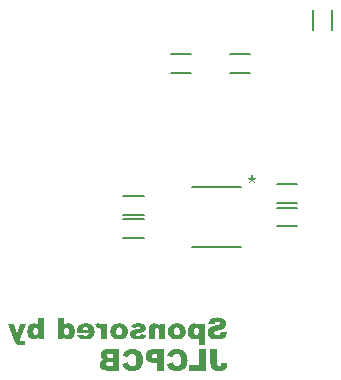
<source format=gbr>
G04 EAGLE Gerber RS-274X export*
G75*
%MOMM*%
%FSLAX34Y34*%
%LPD*%
%INSilkscreen Bottom*%
%IPPOS*%
%AMOC8*
5,1,8,0,0,1.08239X$1,22.5*%
G01*
G04 Define Apertures*
%ADD10C,0.152400*%
%ADD11C,0.127000*%
G36*
X-82134Y-130000D02*
X-91727Y-130000D01*
X-92113Y-129985D01*
X-92657Y-129939D01*
X-94218Y-129755D01*
X-94879Y-129649D01*
X-95451Y-129515D01*
X-95934Y-129354D01*
X-96142Y-129264D01*
X-96328Y-129166D01*
X-96603Y-128996D01*
X-96862Y-128812D01*
X-97107Y-128613D01*
X-97337Y-128399D01*
X-97552Y-128171D01*
X-97752Y-127928D01*
X-97937Y-127671D01*
X-98107Y-127399D01*
X-98259Y-127116D01*
X-98391Y-126823D01*
X-98503Y-126522D01*
X-98594Y-126212D01*
X-98666Y-125893D01*
X-98716Y-125566D01*
X-98747Y-125229D01*
X-98757Y-124884D01*
X-98743Y-124464D01*
X-98700Y-124062D01*
X-98628Y-123678D01*
X-98528Y-123312D01*
X-98400Y-122965D01*
X-98243Y-122636D01*
X-98057Y-122325D01*
X-97843Y-122032D01*
X-97598Y-121759D01*
X-97322Y-121506D01*
X-97013Y-121275D01*
X-96673Y-121064D01*
X-96300Y-120875D01*
X-95896Y-120706D01*
X-95459Y-120558D01*
X-94991Y-120431D01*
X-95300Y-120316D01*
X-95590Y-120190D01*
X-95861Y-120055D01*
X-96113Y-119910D01*
X-96346Y-119754D01*
X-96559Y-119589D01*
X-96754Y-119414D01*
X-96929Y-119229D01*
X-97162Y-118936D01*
X-97364Y-118630D01*
X-97535Y-118309D01*
X-97674Y-117974D01*
X-97783Y-117625D01*
X-97861Y-117262D01*
X-97907Y-116885D01*
X-97923Y-116493D01*
X-97901Y-116027D01*
X-97836Y-115580D01*
X-97727Y-115153D01*
X-97575Y-114745D01*
X-97379Y-114356D01*
X-97139Y-113986D01*
X-96857Y-113635D01*
X-96530Y-113303D01*
X-96163Y-113001D01*
X-95759Y-112740D01*
X-95316Y-112518D01*
X-94836Y-112337D01*
X-94318Y-112196D01*
X-93762Y-112096D01*
X-93168Y-112035D01*
X-92537Y-112015D01*
X-82134Y-112015D01*
X-82134Y-130000D01*
G37*
%LPC*%
G36*
X-87740Y-126136D02*
X-87740Y-122492D01*
X-90562Y-122492D01*
X-90913Y-122500D01*
X-91237Y-122522D01*
X-91533Y-122560D01*
X-91802Y-122613D01*
X-92044Y-122681D01*
X-92258Y-122765D01*
X-92445Y-122863D01*
X-92605Y-122977D01*
X-92741Y-123103D01*
X-92859Y-123238D01*
X-92960Y-123384D01*
X-93042Y-123539D01*
X-93105Y-123705D01*
X-93151Y-123879D01*
X-93178Y-124064D01*
X-93187Y-124259D01*
X-93178Y-124468D01*
X-93150Y-124666D01*
X-93104Y-124853D01*
X-93040Y-125030D01*
X-92957Y-125195D01*
X-92856Y-125350D01*
X-92736Y-125494D01*
X-92598Y-125626D01*
X-92438Y-125746D01*
X-92251Y-125849D01*
X-92038Y-125937D01*
X-91798Y-126008D01*
X-91532Y-126064D01*
X-91239Y-126104D01*
X-90920Y-126128D01*
X-90574Y-126136D01*
X-87740Y-126136D01*
G37*
G36*
X-87740Y-119069D02*
X-87740Y-115659D01*
X-90194Y-115659D01*
X-90498Y-115666D01*
X-90778Y-115686D01*
X-91035Y-115721D01*
X-91269Y-115769D01*
X-91479Y-115831D01*
X-91665Y-115907D01*
X-91828Y-115997D01*
X-91967Y-116100D01*
X-92086Y-116216D01*
X-92189Y-116343D01*
X-92277Y-116480D01*
X-92348Y-116628D01*
X-92404Y-116787D01*
X-92444Y-116956D01*
X-92468Y-117136D01*
X-92476Y-117327D01*
X-92468Y-117533D01*
X-92444Y-117725D01*
X-92404Y-117906D01*
X-92348Y-118074D01*
X-92277Y-118229D01*
X-92189Y-118373D01*
X-92086Y-118503D01*
X-91967Y-118621D01*
X-91827Y-118726D01*
X-91663Y-118817D01*
X-91473Y-118894D01*
X-91260Y-118957D01*
X-91021Y-119006D01*
X-90758Y-119041D01*
X-90470Y-119062D01*
X-90157Y-119069D01*
X-87740Y-119069D01*
G37*
%LPD*%
G36*
X-125167Y-103624D02*
X-125495Y-103616D01*
X-125814Y-103589D01*
X-126127Y-103545D01*
X-126431Y-103483D01*
X-126728Y-103404D01*
X-127017Y-103307D01*
X-127298Y-103192D01*
X-127572Y-103060D01*
X-127777Y-102940D01*
X-127987Y-102796D01*
X-128425Y-102431D01*
X-128883Y-101968D01*
X-129363Y-101404D01*
X-129363Y-103330D01*
X-134037Y-103330D01*
X-134037Y-85345D01*
X-128995Y-85345D01*
X-128995Y-91577D01*
X-128614Y-91209D01*
X-128205Y-90890D01*
X-127770Y-90620D01*
X-127308Y-90399D01*
X-126819Y-90228D01*
X-126304Y-90105D01*
X-125761Y-90031D01*
X-125480Y-90013D01*
X-125192Y-90007D01*
X-124896Y-90014D01*
X-124607Y-90034D01*
X-124324Y-90067D01*
X-124048Y-90114D01*
X-123779Y-90175D01*
X-123516Y-90248D01*
X-123010Y-90436D01*
X-122530Y-90678D01*
X-122076Y-90973D01*
X-121649Y-91322D01*
X-121248Y-91724D01*
X-121060Y-91945D01*
X-120884Y-92178D01*
X-120720Y-92422D01*
X-120569Y-92678D01*
X-120429Y-92946D01*
X-120302Y-93227D01*
X-120187Y-93518D01*
X-120084Y-93822D01*
X-119993Y-94138D01*
X-119914Y-94466D01*
X-119847Y-94805D01*
X-119793Y-95156D01*
X-119750Y-95520D01*
X-119720Y-95895D01*
X-119702Y-96282D01*
X-119696Y-96681D01*
X-119718Y-97391D01*
X-119784Y-98074D01*
X-119893Y-98730D01*
X-120047Y-99358D01*
X-120245Y-99960D01*
X-120486Y-100534D01*
X-120771Y-101081D01*
X-121100Y-101600D01*
X-121281Y-101845D01*
X-121471Y-102075D01*
X-121671Y-102288D01*
X-121881Y-102486D01*
X-122101Y-102668D01*
X-122331Y-102834D01*
X-122570Y-102984D01*
X-122820Y-103118D01*
X-123079Y-103237D01*
X-123348Y-103340D01*
X-123626Y-103427D01*
X-123915Y-103498D01*
X-124213Y-103553D01*
X-124521Y-103593D01*
X-124839Y-103617D01*
X-125167Y-103624D01*
G37*
%LPC*%
G36*
X-126799Y-99969D02*
X-126580Y-99957D01*
X-126369Y-99922D01*
X-126168Y-99864D01*
X-125976Y-99783D01*
X-125792Y-99679D01*
X-125618Y-99551D01*
X-125452Y-99400D01*
X-125296Y-99226D01*
X-125154Y-99027D01*
X-125030Y-98802D01*
X-124926Y-98550D01*
X-124841Y-98271D01*
X-124774Y-97966D01*
X-124727Y-97633D01*
X-124698Y-97275D01*
X-124689Y-96889D01*
X-124698Y-96478D01*
X-124726Y-96098D01*
X-124772Y-95748D01*
X-124836Y-95429D01*
X-124919Y-95141D01*
X-125020Y-94883D01*
X-125140Y-94657D01*
X-125278Y-94460D01*
X-125429Y-94291D01*
X-125590Y-94144D01*
X-125759Y-94019D01*
X-125937Y-93917D01*
X-126124Y-93838D01*
X-126320Y-93782D01*
X-126524Y-93748D01*
X-126738Y-93736D01*
X-126981Y-93748D01*
X-127213Y-93784D01*
X-127435Y-93843D01*
X-127646Y-93925D01*
X-127846Y-94031D01*
X-128035Y-94161D01*
X-128214Y-94314D01*
X-128382Y-94491D01*
X-128534Y-94692D01*
X-128666Y-94917D01*
X-128778Y-95166D01*
X-128869Y-95440D01*
X-128940Y-95738D01*
X-128991Y-96061D01*
X-129022Y-96408D01*
X-129032Y-96779D01*
X-129022Y-97187D01*
X-128992Y-97566D01*
X-128942Y-97916D01*
X-128872Y-98236D01*
X-128783Y-98526D01*
X-128673Y-98787D01*
X-128543Y-99018D01*
X-128394Y-99220D01*
X-128229Y-99396D01*
X-128055Y-99548D01*
X-127871Y-99676D01*
X-127676Y-99781D01*
X-127472Y-99863D01*
X-127258Y-99922D01*
X-127033Y-99957D01*
X-126799Y-99969D01*
G37*
%LPD*%
G36*
X-9690Y-108286D02*
X-14732Y-108286D01*
X-14732Y-102066D01*
X-15119Y-102429D01*
X-15531Y-102744D01*
X-15968Y-103012D01*
X-16431Y-103232D01*
X-16919Y-103404D01*
X-17432Y-103526D01*
X-17971Y-103600D01*
X-18250Y-103618D01*
X-18535Y-103624D01*
X-18829Y-103618D01*
X-19117Y-103598D01*
X-19399Y-103564D01*
X-19674Y-103517D01*
X-19942Y-103457D01*
X-20204Y-103384D01*
X-20710Y-103197D01*
X-21189Y-102956D01*
X-21643Y-102662D01*
X-22071Y-102314D01*
X-22473Y-101913D01*
X-22662Y-101693D01*
X-22838Y-101461D01*
X-23003Y-101217D01*
X-23155Y-100961D01*
X-23295Y-100693D01*
X-23423Y-100413D01*
X-23538Y-100121D01*
X-23642Y-99817D01*
X-23733Y-99501D01*
X-23812Y-99172D01*
X-23879Y-98832D01*
X-23934Y-98480D01*
X-23976Y-98116D01*
X-24007Y-97739D01*
X-24025Y-97351D01*
X-24031Y-96951D01*
X-24009Y-96229D01*
X-23942Y-95538D01*
X-23830Y-94875D01*
X-23674Y-94242D01*
X-23473Y-93639D01*
X-23227Y-93065D01*
X-22937Y-92521D01*
X-22602Y-92007D01*
X-22419Y-91764D01*
X-22226Y-91538D01*
X-22024Y-91327D01*
X-21813Y-91132D01*
X-21593Y-90952D01*
X-21363Y-90788D01*
X-21125Y-90640D01*
X-20877Y-90507D01*
X-20619Y-90390D01*
X-20353Y-90288D01*
X-20077Y-90202D01*
X-19792Y-90132D01*
X-19498Y-90077D01*
X-19194Y-90038D01*
X-18882Y-90015D01*
X-18560Y-90007D01*
X-18232Y-90016D01*
X-17912Y-90043D01*
X-17599Y-90088D01*
X-17293Y-90151D01*
X-16994Y-90232D01*
X-16703Y-90331D01*
X-16419Y-90448D01*
X-16143Y-90584D01*
X-15938Y-90703D01*
X-15728Y-90847D01*
X-15293Y-91209D01*
X-14839Y-91669D01*
X-14364Y-92227D01*
X-14364Y-90301D01*
X-9690Y-90301D01*
X-9690Y-108286D01*
G37*
%LPC*%
G36*
X-16989Y-99895D02*
X-16746Y-99883D01*
X-16514Y-99848D01*
X-16292Y-99790D01*
X-16081Y-99708D01*
X-15881Y-99603D01*
X-15692Y-99474D01*
X-15513Y-99322D01*
X-15345Y-99147D01*
X-15193Y-98947D01*
X-15061Y-98723D01*
X-14949Y-98473D01*
X-14858Y-98199D01*
X-14787Y-97900D01*
X-14736Y-97576D01*
X-14705Y-97226D01*
X-14695Y-96852D01*
X-14705Y-96447D01*
X-14735Y-96070D01*
X-14785Y-95723D01*
X-14855Y-95405D01*
X-14944Y-95116D01*
X-15054Y-94856D01*
X-15184Y-94625D01*
X-15333Y-94423D01*
X-15498Y-94248D01*
X-15672Y-94096D01*
X-15856Y-93967D01*
X-16051Y-93862D01*
X-16255Y-93780D01*
X-16469Y-93722D01*
X-16694Y-93687D01*
X-16928Y-93675D01*
X-17145Y-93687D01*
X-17353Y-93721D01*
X-17552Y-93779D01*
X-17744Y-93861D01*
X-17927Y-93965D01*
X-18101Y-94093D01*
X-18267Y-94243D01*
X-18425Y-94417D01*
X-18568Y-94616D01*
X-18693Y-94841D01*
X-18798Y-95092D01*
X-18885Y-95370D01*
X-18952Y-95673D01*
X-19000Y-96003D01*
X-19028Y-96360D01*
X-19038Y-96742D01*
X-19029Y-97156D01*
X-19001Y-97538D01*
X-18955Y-97890D01*
X-18891Y-98210D01*
X-18808Y-98498D01*
X-18707Y-98756D01*
X-18587Y-98982D01*
X-18449Y-99177D01*
X-18298Y-99345D01*
X-18137Y-99491D01*
X-17968Y-99615D01*
X-17790Y-99716D01*
X-17603Y-99794D01*
X-17407Y-99850D01*
X-17203Y-99884D01*
X-16989Y-99895D01*
G37*
%LPD*%
G36*
X-154341Y-103624D02*
X-154720Y-103612D01*
X-155090Y-103574D01*
X-155452Y-103511D01*
X-155805Y-103424D01*
X-156150Y-103311D01*
X-156486Y-103172D01*
X-156813Y-103009D01*
X-157132Y-102821D01*
X-157438Y-102607D01*
X-157726Y-102368D01*
X-157998Y-102103D01*
X-158253Y-101812D01*
X-158490Y-101495D01*
X-158711Y-101153D01*
X-158914Y-100785D01*
X-159101Y-100392D01*
X-159268Y-99977D01*
X-159412Y-99547D01*
X-159534Y-99101D01*
X-159634Y-98639D01*
X-159712Y-98161D01*
X-159768Y-97667D01*
X-159801Y-97157D01*
X-159812Y-96632D01*
X-159806Y-96237D01*
X-159788Y-95854D01*
X-159758Y-95483D01*
X-159715Y-95124D01*
X-159660Y-94776D01*
X-159593Y-94440D01*
X-159514Y-94115D01*
X-159423Y-93802D01*
X-159319Y-93501D01*
X-159204Y-93211D01*
X-159076Y-92933D01*
X-158936Y-92667D01*
X-158784Y-92412D01*
X-158620Y-92169D01*
X-158443Y-91938D01*
X-158254Y-91718D01*
X-157852Y-91317D01*
X-157424Y-90970D01*
X-156970Y-90675D01*
X-156491Y-90435D01*
X-155986Y-90248D01*
X-155724Y-90174D01*
X-155455Y-90114D01*
X-155180Y-90067D01*
X-154898Y-90034D01*
X-154611Y-90014D01*
X-154316Y-90007D01*
X-154031Y-90013D01*
X-153752Y-90031D01*
X-153214Y-90105D01*
X-152700Y-90228D01*
X-152212Y-90399D01*
X-151750Y-90620D01*
X-151312Y-90890D01*
X-150900Y-91209D01*
X-150513Y-91577D01*
X-150513Y-85345D01*
X-145471Y-85345D01*
X-145471Y-103330D01*
X-150145Y-103330D01*
X-150145Y-101404D01*
X-150621Y-101963D01*
X-151078Y-102425D01*
X-151516Y-102791D01*
X-151728Y-102938D01*
X-151936Y-103060D01*
X-152213Y-103192D01*
X-152496Y-103307D01*
X-152786Y-103404D01*
X-153083Y-103483D01*
X-153387Y-103545D01*
X-153698Y-103589D01*
X-154016Y-103616D01*
X-154341Y-103624D01*
G37*
%LPC*%
G36*
X-152709Y-99969D02*
X-152472Y-99957D01*
X-152246Y-99921D01*
X-152030Y-99862D01*
X-151824Y-99780D01*
X-151629Y-99674D01*
X-151445Y-99544D01*
X-151271Y-99391D01*
X-151108Y-99214D01*
X-150960Y-99011D01*
X-150832Y-98779D01*
X-150723Y-98518D01*
X-150634Y-98228D01*
X-150565Y-97909D01*
X-150516Y-97561D01*
X-150486Y-97185D01*
X-150476Y-96779D01*
X-150486Y-96408D01*
X-150517Y-96061D01*
X-150567Y-95738D01*
X-150637Y-95440D01*
X-150728Y-95166D01*
X-150839Y-94917D01*
X-150969Y-94692D01*
X-151120Y-94491D01*
X-151287Y-94314D01*
X-151466Y-94161D01*
X-151656Y-94031D01*
X-151858Y-93925D01*
X-152072Y-93843D01*
X-152297Y-93784D01*
X-152534Y-93748D01*
X-152783Y-93736D01*
X-152990Y-93748D01*
X-153190Y-93782D01*
X-153382Y-93838D01*
X-153566Y-93917D01*
X-153743Y-94019D01*
X-153911Y-94144D01*
X-154072Y-94291D01*
X-154224Y-94460D01*
X-154364Y-94654D01*
X-154485Y-94873D01*
X-154587Y-95119D01*
X-154671Y-95390D01*
X-154736Y-95686D01*
X-154782Y-96008D01*
X-154810Y-96356D01*
X-154819Y-96730D01*
X-154810Y-97153D01*
X-154781Y-97544D01*
X-154734Y-97903D01*
X-154667Y-98231D01*
X-154582Y-98527D01*
X-154478Y-98792D01*
X-154354Y-99025D01*
X-154212Y-99226D01*
X-154056Y-99400D01*
X-153890Y-99551D01*
X-153716Y-99679D01*
X-153533Y-99783D01*
X-153340Y-99864D01*
X-153139Y-99922D01*
X-152929Y-99957D01*
X-152709Y-99969D01*
G37*
%LPD*%
G36*
X774Y-103637D02*
X135Y-103625D01*
X-476Y-103590D01*
X-1059Y-103531D01*
X-1615Y-103448D01*
X-2142Y-103342D01*
X-2641Y-103212D01*
X-3113Y-103059D01*
X-3556Y-102882D01*
X-3974Y-102683D01*
X-4367Y-102461D01*
X-4737Y-102217D01*
X-5084Y-101951D01*
X-5406Y-101664D01*
X-5705Y-101354D01*
X-5980Y-101022D01*
X-6231Y-100668D01*
X-6455Y-100299D01*
X-6649Y-99921D01*
X-6814Y-99535D01*
X-6948Y-99140D01*
X-7053Y-98738D01*
X-7128Y-98326D01*
X-7173Y-97906D01*
X-7188Y-97478D01*
X-7176Y-97115D01*
X-7143Y-96760D01*
X-7087Y-96414D01*
X-7008Y-96077D01*
X-6907Y-95748D01*
X-6784Y-95429D01*
X-6638Y-95118D01*
X-6470Y-94816D01*
X-6277Y-94525D01*
X-6057Y-94245D01*
X-5811Y-93978D01*
X-5538Y-93723D01*
X-5237Y-93479D01*
X-4910Y-93248D01*
X-4556Y-93029D01*
X-4176Y-92822D01*
X-3749Y-92622D01*
X-3258Y-92422D01*
X-2703Y-92222D01*
X-2083Y-92023D01*
X-1398Y-91825D01*
X-648Y-91627D01*
X166Y-91430D01*
X1044Y-91234D01*
X1713Y-91077D01*
X2247Y-90915D01*
X2645Y-90746D01*
X2794Y-90659D01*
X2909Y-90571D01*
X3086Y-90394D01*
X3213Y-90206D01*
X3289Y-90008D01*
X3314Y-89798D01*
X3306Y-89654D01*
X3283Y-89515D01*
X3245Y-89382D01*
X3191Y-89254D01*
X3038Y-89015D01*
X2823Y-88799D01*
X2693Y-88702D01*
X2548Y-88619D01*
X2388Y-88548D01*
X2213Y-88490D01*
X2023Y-88445D01*
X1818Y-88413D01*
X1598Y-88394D01*
X1363Y-88388D01*
X1077Y-88396D01*
X806Y-88422D01*
X552Y-88465D01*
X313Y-88526D01*
X90Y-88603D01*
X-117Y-88698D01*
X-308Y-88810D01*
X-483Y-88940D01*
X-643Y-89088D01*
X-789Y-89257D01*
X-920Y-89447D01*
X-1037Y-89657D01*
X-1139Y-89888D01*
X-1227Y-90140D01*
X-1301Y-90413D01*
X-1360Y-90706D01*
X-6599Y-90399D01*
X-6490Y-89724D01*
X-6335Y-89096D01*
X-6135Y-88515D01*
X-5889Y-87981D01*
X-5597Y-87495D01*
X-5259Y-87056D01*
X-4875Y-86665D01*
X-4446Y-86320D01*
X-3968Y-86020D01*
X-3439Y-85759D01*
X-2858Y-85539D01*
X-2227Y-85359D01*
X-1544Y-85219D01*
X-810Y-85118D01*
X-25Y-85058D01*
X811Y-85038D01*
X1495Y-85049D01*
X2141Y-85082D01*
X2750Y-85138D01*
X3322Y-85215D01*
X3856Y-85314D01*
X4353Y-85435D01*
X4812Y-85578D01*
X5234Y-85744D01*
X5625Y-85928D01*
X5990Y-86129D01*
X6330Y-86347D01*
X6645Y-86581D01*
X6934Y-86832D01*
X7198Y-87099D01*
X7437Y-87382D01*
X7651Y-87682D01*
X7839Y-87993D01*
X8002Y-88308D01*
X8140Y-88628D01*
X8253Y-88953D01*
X8341Y-89283D01*
X8404Y-89618D01*
X8442Y-89957D01*
X8454Y-90301D01*
X8448Y-90562D01*
X8430Y-90817D01*
X8356Y-91310D01*
X8233Y-91779D01*
X8062Y-92224D01*
X7841Y-92647D01*
X7571Y-93046D01*
X7252Y-93421D01*
X6884Y-93773D01*
X6462Y-94105D01*
X5974Y-94420D01*
X5420Y-94719D01*
X4801Y-95000D01*
X4117Y-95265D01*
X3367Y-95512D01*
X2551Y-95743D01*
X1670Y-95957D01*
X655Y-96206D01*
X223Y-96334D01*
X-158Y-96463D01*
X-488Y-96594D01*
X-768Y-96728D01*
X-998Y-96863D01*
X-1176Y-97000D01*
X-1320Y-97140D01*
X-1445Y-97285D01*
X-1550Y-97434D01*
X-1636Y-97589D01*
X-1703Y-97747D01*
X-1751Y-97911D01*
X-1780Y-98079D01*
X-1790Y-98251D01*
X-1780Y-98432D01*
X-1749Y-98608D01*
X-1699Y-98778D01*
X-1629Y-98943D01*
X-1538Y-99102D01*
X-1427Y-99255D01*
X-1296Y-99403D01*
X-1146Y-99545D01*
X-976Y-99676D01*
X-789Y-99790D01*
X-586Y-99885D01*
X-365Y-99964D01*
X-127Y-100025D01*
X128Y-100069D01*
X400Y-100095D01*
X689Y-100104D01*
X1076Y-100086D01*
X1440Y-100035D01*
X1781Y-99950D01*
X2099Y-99831D01*
X2395Y-99677D01*
X2667Y-99489D01*
X2916Y-99268D01*
X3142Y-99012D01*
X3269Y-98833D01*
X3384Y-98636D01*
X3488Y-98419D01*
X3581Y-98184D01*
X3663Y-97929D01*
X3733Y-97655D01*
X3793Y-97361D01*
X3841Y-97049D01*
X9129Y-97380D01*
X9047Y-98046D01*
X8917Y-98682D01*
X8739Y-99288D01*
X8513Y-99864D01*
X8239Y-100411D01*
X7917Y-100927D01*
X7547Y-101414D01*
X7129Y-101870D01*
X6897Y-102084D01*
X6644Y-102284D01*
X6368Y-102470D01*
X6070Y-102643D01*
X5750Y-102802D01*
X5408Y-102947D01*
X5043Y-103078D01*
X4657Y-103195D01*
X4249Y-103299D01*
X3819Y-103388D01*
X3367Y-103464D01*
X2892Y-103526D01*
X2396Y-103575D01*
X1877Y-103609D01*
X1337Y-103630D01*
X774Y-103637D01*
G37*
G36*
X-44409Y-130000D02*
X-49991Y-130000D01*
X-49991Y-123326D01*
X-53034Y-123326D01*
X-53447Y-123320D01*
X-53847Y-123302D01*
X-54234Y-123272D01*
X-54607Y-123230D01*
X-54966Y-123176D01*
X-55313Y-123111D01*
X-55645Y-123033D01*
X-55964Y-122943D01*
X-56270Y-122841D01*
X-56562Y-122727D01*
X-56841Y-122601D01*
X-57106Y-122464D01*
X-57358Y-122314D01*
X-57597Y-122152D01*
X-57822Y-121978D01*
X-58033Y-121793D01*
X-58417Y-121391D01*
X-58750Y-120952D01*
X-59031Y-120475D01*
X-59261Y-119962D01*
X-59357Y-119691D01*
X-59441Y-119411D01*
X-59511Y-119122D01*
X-59569Y-118823D01*
X-59613Y-118515D01*
X-59645Y-118198D01*
X-59665Y-117871D01*
X-59671Y-117536D01*
X-59647Y-116892D01*
X-59577Y-116287D01*
X-59460Y-115719D01*
X-59295Y-115189D01*
X-59084Y-114698D01*
X-58826Y-114244D01*
X-58520Y-113828D01*
X-58168Y-113450D01*
X-57769Y-113114D01*
X-57322Y-112822D01*
X-56828Y-112576D01*
X-56286Y-112374D01*
X-55698Y-112217D01*
X-55062Y-112105D01*
X-54378Y-112037D01*
X-53647Y-112015D01*
X-44409Y-112015D01*
X-44409Y-130000D01*
G37*
%LPC*%
G36*
X-49991Y-119683D02*
X-49991Y-115671D01*
X-51574Y-115671D01*
X-51948Y-115680D01*
X-52291Y-115708D01*
X-52603Y-115754D01*
X-52884Y-115818D01*
X-53133Y-115901D01*
X-53352Y-116002D01*
X-53540Y-116122D01*
X-53696Y-116260D01*
X-53829Y-116411D01*
X-53943Y-116570D01*
X-54040Y-116738D01*
X-54120Y-116913D01*
X-54181Y-117097D01*
X-54225Y-117288D01*
X-54252Y-117488D01*
X-54261Y-117695D01*
X-54251Y-117908D01*
X-54220Y-118111D01*
X-54169Y-118304D01*
X-54098Y-118488D01*
X-54007Y-118662D01*
X-53895Y-118826D01*
X-53763Y-118980D01*
X-53610Y-119124D01*
X-53433Y-119255D01*
X-53226Y-119369D01*
X-52988Y-119465D01*
X-52721Y-119543D01*
X-52424Y-119604D01*
X-52097Y-119648D01*
X-51740Y-119674D01*
X-51353Y-119683D01*
X-49991Y-119683D01*
G37*
%LPD*%
G36*
X-71288Y-130307D02*
X-71879Y-130296D01*
X-72443Y-130263D01*
X-72981Y-130208D01*
X-73492Y-130132D01*
X-73976Y-130034D01*
X-74434Y-129913D01*
X-74865Y-129771D01*
X-75269Y-129607D01*
X-75652Y-129422D01*
X-76020Y-129216D01*
X-76371Y-128988D01*
X-76706Y-128739D01*
X-77026Y-128470D01*
X-77329Y-128179D01*
X-77617Y-127867D01*
X-77888Y-127534D01*
X-78143Y-127180D01*
X-78381Y-126805D01*
X-78600Y-126409D01*
X-78802Y-125991D01*
X-78987Y-125553D01*
X-79154Y-125094D01*
X-79303Y-124613D01*
X-79434Y-124111D01*
X-74564Y-122639D01*
X-74465Y-123053D01*
X-74352Y-123441D01*
X-74225Y-123804D01*
X-74084Y-124142D01*
X-73929Y-124454D01*
X-73760Y-124742D01*
X-73577Y-125003D01*
X-73380Y-125240D01*
X-73164Y-125450D01*
X-72923Y-125632D01*
X-72659Y-125786D01*
X-72369Y-125912D01*
X-72056Y-126010D01*
X-71718Y-126080D01*
X-71356Y-126122D01*
X-70969Y-126136D01*
X-70570Y-126118D01*
X-70193Y-126066D01*
X-69840Y-125980D01*
X-69509Y-125858D01*
X-69202Y-125702D01*
X-68917Y-125512D01*
X-68656Y-125287D01*
X-68418Y-125027D01*
X-68205Y-124720D01*
X-68020Y-124355D01*
X-67864Y-123930D01*
X-67737Y-123447D01*
X-67637Y-122906D01*
X-67566Y-122305D01*
X-67524Y-121646D01*
X-67510Y-120928D01*
X-67522Y-120344D01*
X-67557Y-119801D01*
X-67617Y-119298D01*
X-67700Y-118836D01*
X-67807Y-118413D01*
X-67938Y-118031D01*
X-68092Y-117689D01*
X-68270Y-117387D01*
X-68536Y-117031D01*
X-68829Y-116722D01*
X-69149Y-116461D01*
X-69497Y-116247D01*
X-69873Y-116081D01*
X-70276Y-115962D01*
X-70707Y-115891D01*
X-71166Y-115867D01*
X-71573Y-115889D01*
X-71960Y-115953D01*
X-72327Y-116060D01*
X-72675Y-116211D01*
X-72999Y-116401D01*
X-73297Y-116628D01*
X-73569Y-116892D01*
X-73815Y-117192D01*
X-73955Y-117410D01*
X-74092Y-117683D01*
X-74225Y-118011D01*
X-74355Y-118394D01*
X-79263Y-117303D01*
X-79011Y-116614D01*
X-78728Y-115971D01*
X-78413Y-115375D01*
X-78068Y-114824D01*
X-77691Y-114320D01*
X-77283Y-113861D01*
X-76844Y-113449D01*
X-76373Y-113082D01*
X-75865Y-112760D01*
X-75310Y-112481D01*
X-74711Y-112245D01*
X-74065Y-112052D01*
X-73375Y-111902D01*
X-72639Y-111794D01*
X-71857Y-111730D01*
X-71031Y-111708D01*
X-70495Y-111718D01*
X-69976Y-111746D01*
X-69471Y-111793D01*
X-68982Y-111858D01*
X-68509Y-111942D01*
X-68050Y-112045D01*
X-67607Y-112167D01*
X-67180Y-112308D01*
X-66768Y-112467D01*
X-66371Y-112645D01*
X-65990Y-112841D01*
X-65624Y-113057D01*
X-65273Y-113291D01*
X-64938Y-113543D01*
X-64618Y-113815D01*
X-64314Y-114105D01*
X-64026Y-114413D01*
X-63757Y-114737D01*
X-63507Y-115077D01*
X-63275Y-115433D01*
X-63062Y-115805D01*
X-62867Y-116193D01*
X-62691Y-116598D01*
X-62533Y-117019D01*
X-62394Y-117455D01*
X-62274Y-117908D01*
X-62172Y-118377D01*
X-62088Y-118862D01*
X-62023Y-119364D01*
X-61977Y-119881D01*
X-61949Y-120415D01*
X-61940Y-120965D01*
X-61961Y-121783D01*
X-62024Y-122563D01*
X-62130Y-123306D01*
X-62277Y-124011D01*
X-62467Y-124679D01*
X-62699Y-125309D01*
X-62973Y-125902D01*
X-63289Y-126457D01*
X-63635Y-126973D01*
X-63996Y-127449D01*
X-64373Y-127884D01*
X-64766Y-128279D01*
X-65175Y-128634D01*
X-65600Y-128948D01*
X-66041Y-129221D01*
X-66498Y-129455D01*
X-66979Y-129654D01*
X-67494Y-129827D01*
X-68043Y-129974D01*
X-68625Y-130094D01*
X-69240Y-130187D01*
X-69889Y-130253D01*
X-70572Y-130293D01*
X-71288Y-130307D01*
G37*
G36*
X-33601Y-130307D02*
X-34192Y-130296D01*
X-34756Y-130263D01*
X-35293Y-130208D01*
X-35804Y-130132D01*
X-36289Y-130034D01*
X-36746Y-129913D01*
X-37177Y-129771D01*
X-37582Y-129607D01*
X-37965Y-129422D01*
X-38332Y-129216D01*
X-38683Y-128988D01*
X-39019Y-128739D01*
X-39338Y-128470D01*
X-39642Y-128179D01*
X-39929Y-127867D01*
X-40201Y-127534D01*
X-40456Y-127180D01*
X-40693Y-126805D01*
X-40913Y-126409D01*
X-41115Y-125991D01*
X-41299Y-125553D01*
X-41466Y-125094D01*
X-41615Y-124613D01*
X-41747Y-124111D01*
X-36876Y-122639D01*
X-36777Y-123053D01*
X-36664Y-123441D01*
X-36537Y-123804D01*
X-36396Y-124142D01*
X-36241Y-124454D01*
X-36072Y-124742D01*
X-35889Y-125003D01*
X-35692Y-125240D01*
X-35476Y-125450D01*
X-35236Y-125632D01*
X-34971Y-125786D01*
X-34682Y-125912D01*
X-34368Y-126010D01*
X-34031Y-126080D01*
X-33668Y-126122D01*
X-33282Y-126136D01*
X-32882Y-126118D01*
X-32506Y-126066D01*
X-32152Y-125980D01*
X-31822Y-125858D01*
X-31514Y-125702D01*
X-31230Y-125512D01*
X-30969Y-125287D01*
X-30730Y-125027D01*
X-30517Y-124720D01*
X-30333Y-124355D01*
X-30177Y-123930D01*
X-30049Y-123447D01*
X-29950Y-122906D01*
X-29879Y-122305D01*
X-29836Y-121646D01*
X-29822Y-120928D01*
X-29834Y-120344D01*
X-29870Y-119801D01*
X-29929Y-119298D01*
X-30012Y-118836D01*
X-30119Y-118413D01*
X-30250Y-118031D01*
X-30405Y-117689D01*
X-30583Y-117387D01*
X-30848Y-117031D01*
X-31141Y-116722D01*
X-31462Y-116461D01*
X-31810Y-116247D01*
X-32185Y-116081D01*
X-32589Y-115962D01*
X-33020Y-115891D01*
X-33478Y-115867D01*
X-33885Y-115889D01*
X-34272Y-115953D01*
X-34640Y-116060D01*
X-34987Y-116211D01*
X-35311Y-116401D01*
X-35610Y-116628D01*
X-35882Y-116892D01*
X-36128Y-117192D01*
X-36268Y-117410D01*
X-36404Y-117683D01*
X-36537Y-118011D01*
X-36668Y-118394D01*
X-41575Y-117303D01*
X-41323Y-116614D01*
X-41040Y-115971D01*
X-40726Y-115375D01*
X-40380Y-114824D01*
X-40004Y-114320D01*
X-39596Y-113861D01*
X-39156Y-113449D01*
X-38686Y-113082D01*
X-38177Y-112760D01*
X-37623Y-112481D01*
X-37023Y-112245D01*
X-36378Y-112052D01*
X-35687Y-111902D01*
X-34951Y-111794D01*
X-34170Y-111730D01*
X-33343Y-111708D01*
X-32808Y-111718D01*
X-32288Y-111746D01*
X-31784Y-111793D01*
X-31295Y-111858D01*
X-30821Y-111942D01*
X-30363Y-112045D01*
X-29920Y-112167D01*
X-29493Y-112308D01*
X-29080Y-112467D01*
X-28684Y-112645D01*
X-28302Y-112841D01*
X-27936Y-113057D01*
X-27586Y-113291D01*
X-27251Y-113543D01*
X-26931Y-113815D01*
X-26626Y-114105D01*
X-26339Y-114413D01*
X-26070Y-114737D01*
X-25820Y-115077D01*
X-25588Y-115433D01*
X-25375Y-115805D01*
X-25180Y-116193D01*
X-25004Y-116598D01*
X-24846Y-117019D01*
X-24707Y-117455D01*
X-24586Y-117908D01*
X-24484Y-118377D01*
X-24401Y-118862D01*
X-24336Y-119364D01*
X-24290Y-119881D01*
X-24262Y-120415D01*
X-24253Y-120965D01*
X-24274Y-121783D01*
X-24337Y-122563D01*
X-24442Y-123306D01*
X-24590Y-124011D01*
X-24780Y-124679D01*
X-25012Y-125309D01*
X-25286Y-125902D01*
X-25602Y-126457D01*
X-25947Y-126973D01*
X-26309Y-127449D01*
X-26686Y-127884D01*
X-27079Y-128279D01*
X-27488Y-128634D01*
X-27913Y-128948D01*
X-28353Y-129221D01*
X-28810Y-129455D01*
X-29292Y-129654D01*
X-29806Y-129827D01*
X-30355Y-129974D01*
X-30937Y-130094D01*
X-31553Y-130187D01*
X-32202Y-130253D01*
X-32885Y-130293D01*
X-33601Y-130307D01*
G37*
G36*
X-82105Y-103624D02*
X-82539Y-103617D01*
X-82961Y-103594D01*
X-83371Y-103557D01*
X-83770Y-103504D01*
X-84156Y-103437D01*
X-84530Y-103354D01*
X-84893Y-103257D01*
X-85244Y-103144D01*
X-85582Y-103017D01*
X-85909Y-102874D01*
X-86224Y-102717D01*
X-86527Y-102544D01*
X-86818Y-102357D01*
X-87097Y-102155D01*
X-87364Y-101937D01*
X-87619Y-101705D01*
X-87860Y-101460D01*
X-88086Y-101208D01*
X-88297Y-100946D01*
X-88491Y-100677D01*
X-88670Y-100399D01*
X-88834Y-100112D01*
X-88982Y-99817D01*
X-89114Y-99513D01*
X-89231Y-99201D01*
X-89332Y-98880D01*
X-89418Y-98551D01*
X-89488Y-98214D01*
X-89543Y-97868D01*
X-89581Y-97513D01*
X-89605Y-97150D01*
X-89613Y-96779D01*
X-89606Y-96448D01*
X-89587Y-96124D01*
X-89556Y-95806D01*
X-89512Y-95495D01*
X-89387Y-94892D01*
X-89211Y-94316D01*
X-88985Y-93766D01*
X-88709Y-93243D01*
X-88382Y-92747D01*
X-88005Y-92277D01*
X-87748Y-92002D01*
X-87476Y-91745D01*
X-87188Y-91505D01*
X-86886Y-91284D01*
X-86569Y-91080D01*
X-86237Y-90893D01*
X-85889Y-90725D01*
X-85527Y-90574D01*
X-85150Y-90441D01*
X-84758Y-90326D01*
X-84351Y-90229D01*
X-83929Y-90149D01*
X-83493Y-90087D01*
X-83041Y-90042D01*
X-82574Y-90016D01*
X-82092Y-90007D01*
X-81670Y-90014D01*
X-81259Y-90037D01*
X-80858Y-90075D01*
X-80469Y-90128D01*
X-80091Y-90196D01*
X-79724Y-90279D01*
X-79367Y-90377D01*
X-79022Y-90490D01*
X-78688Y-90618D01*
X-78365Y-90762D01*
X-78053Y-90920D01*
X-77752Y-91094D01*
X-77462Y-91282D01*
X-77183Y-91486D01*
X-76915Y-91705D01*
X-76658Y-91939D01*
X-76414Y-92185D01*
X-76186Y-92439D01*
X-75974Y-92701D01*
X-75777Y-92971D01*
X-75597Y-93249D01*
X-75431Y-93536D01*
X-75282Y-93831D01*
X-75149Y-94134D01*
X-75031Y-94445D01*
X-74929Y-94764D01*
X-74842Y-95092D01*
X-74771Y-95427D01*
X-74716Y-95771D01*
X-74677Y-96124D01*
X-74653Y-96484D01*
X-74646Y-96852D01*
X-74655Y-97248D01*
X-74683Y-97634D01*
X-74729Y-98010D01*
X-74794Y-98377D01*
X-74878Y-98734D01*
X-74980Y-99081D01*
X-75101Y-99419D01*
X-75241Y-99748D01*
X-75399Y-100067D01*
X-75575Y-100376D01*
X-75770Y-100675D01*
X-75984Y-100965D01*
X-76217Y-101246D01*
X-76468Y-101517D01*
X-76737Y-101778D01*
X-77026Y-102030D01*
X-77529Y-102403D01*
X-78070Y-102727D01*
X-78648Y-103001D01*
X-79264Y-103226D01*
X-79587Y-103319D01*
X-79918Y-103400D01*
X-80259Y-103469D01*
X-80609Y-103525D01*
X-80969Y-103568D01*
X-81338Y-103600D01*
X-81717Y-103618D01*
X-82105Y-103624D01*
G37*
%LPC*%
G36*
X-82129Y-100251D02*
X-81868Y-100238D01*
X-81618Y-100199D01*
X-81379Y-100133D01*
X-81152Y-100042D01*
X-80936Y-99925D01*
X-80732Y-99781D01*
X-80538Y-99612D01*
X-80356Y-99417D01*
X-80191Y-99194D01*
X-80048Y-98943D01*
X-79926Y-98663D01*
X-79827Y-98355D01*
X-79750Y-98019D01*
X-79695Y-97655D01*
X-79662Y-97262D01*
X-79651Y-96840D01*
X-79662Y-96425D01*
X-79695Y-96036D01*
X-79751Y-95675D01*
X-79829Y-95342D01*
X-79929Y-95036D01*
X-80051Y-94757D01*
X-80196Y-94506D01*
X-80362Y-94282D01*
X-80546Y-94085D01*
X-80742Y-93915D01*
X-80950Y-93770D01*
X-81169Y-93652D01*
X-81400Y-93560D01*
X-81644Y-93494D01*
X-81899Y-93455D01*
X-82166Y-93442D01*
X-82418Y-93455D01*
X-82660Y-93494D01*
X-82892Y-93558D01*
X-83114Y-93649D01*
X-83325Y-93765D01*
X-83525Y-93908D01*
X-83716Y-94076D01*
X-83896Y-94270D01*
X-84060Y-94491D01*
X-84202Y-94738D01*
X-84322Y-95013D01*
X-84420Y-95314D01*
X-84497Y-95643D01*
X-84551Y-95999D01*
X-84584Y-96381D01*
X-84595Y-96791D01*
X-84584Y-97230D01*
X-84552Y-97637D01*
X-84497Y-98013D01*
X-84422Y-98358D01*
X-84324Y-98673D01*
X-84205Y-98956D01*
X-84064Y-99208D01*
X-83902Y-99429D01*
X-83723Y-99621D01*
X-83531Y-99788D01*
X-83328Y-99930D01*
X-83112Y-100045D01*
X-82884Y-100135D01*
X-82645Y-100199D01*
X-82393Y-100238D01*
X-82129Y-100251D01*
G37*
%LPD*%
G36*
X-33261Y-103624D02*
X-33695Y-103617D01*
X-34117Y-103594D01*
X-34527Y-103557D01*
X-34926Y-103504D01*
X-35312Y-103437D01*
X-35687Y-103354D01*
X-36049Y-103257D01*
X-36400Y-103144D01*
X-36739Y-103017D01*
X-37065Y-102874D01*
X-37380Y-102717D01*
X-37683Y-102544D01*
X-37974Y-102357D01*
X-38253Y-102155D01*
X-38520Y-101937D01*
X-38775Y-101705D01*
X-39017Y-101460D01*
X-39243Y-101208D01*
X-39453Y-100946D01*
X-39647Y-100677D01*
X-39827Y-100399D01*
X-39990Y-100112D01*
X-40138Y-99817D01*
X-40270Y-99513D01*
X-40387Y-99201D01*
X-40489Y-98880D01*
X-40574Y-98551D01*
X-40644Y-98214D01*
X-40699Y-97868D01*
X-40738Y-97513D01*
X-40761Y-97150D01*
X-40769Y-96779D01*
X-40763Y-96448D01*
X-40744Y-96124D01*
X-40712Y-95806D01*
X-40668Y-95495D01*
X-40543Y-94892D01*
X-40367Y-94316D01*
X-40141Y-93766D01*
X-39865Y-93243D01*
X-39538Y-92747D01*
X-39162Y-92277D01*
X-38904Y-92002D01*
X-38632Y-91745D01*
X-38345Y-91505D01*
X-38042Y-91284D01*
X-37725Y-91080D01*
X-37393Y-90893D01*
X-37046Y-90725D01*
X-36684Y-90574D01*
X-36307Y-90441D01*
X-35915Y-90326D01*
X-35508Y-90229D01*
X-35086Y-90149D01*
X-34649Y-90087D01*
X-34197Y-90042D01*
X-33730Y-90016D01*
X-33249Y-90007D01*
X-32826Y-90014D01*
X-32415Y-90037D01*
X-32015Y-90075D01*
X-31625Y-90128D01*
X-31247Y-90196D01*
X-30880Y-90279D01*
X-30524Y-90377D01*
X-30178Y-90490D01*
X-29844Y-90618D01*
X-29521Y-90762D01*
X-29209Y-90920D01*
X-28908Y-91094D01*
X-28618Y-91282D01*
X-28339Y-91486D01*
X-28071Y-91705D01*
X-27814Y-91939D01*
X-27570Y-92185D01*
X-27342Y-92439D01*
X-27130Y-92701D01*
X-26934Y-92971D01*
X-26753Y-93249D01*
X-26588Y-93536D01*
X-26438Y-93831D01*
X-26305Y-94134D01*
X-26187Y-94445D01*
X-26085Y-94764D01*
X-25998Y-95092D01*
X-25928Y-95427D01*
X-25873Y-95771D01*
X-25833Y-96124D01*
X-25810Y-96484D01*
X-25802Y-96852D01*
X-25811Y-97248D01*
X-25839Y-97634D01*
X-25885Y-98010D01*
X-25951Y-98377D01*
X-26034Y-98734D01*
X-26137Y-99081D01*
X-26257Y-99419D01*
X-26397Y-99748D01*
X-26555Y-100067D01*
X-26732Y-100376D01*
X-26927Y-100675D01*
X-27141Y-100965D01*
X-27373Y-101246D01*
X-27624Y-101517D01*
X-27894Y-101778D01*
X-28182Y-102030D01*
X-28685Y-102403D01*
X-29226Y-102727D01*
X-29805Y-103001D01*
X-30421Y-103226D01*
X-30743Y-103319D01*
X-31074Y-103400D01*
X-31415Y-103469D01*
X-31766Y-103525D01*
X-32125Y-103568D01*
X-32494Y-103600D01*
X-32873Y-103618D01*
X-33261Y-103624D01*
G37*
%LPC*%
G36*
X-33285Y-100251D02*
X-33024Y-100238D01*
X-32774Y-100199D01*
X-32536Y-100133D01*
X-32308Y-100042D01*
X-32093Y-99925D01*
X-31888Y-99781D01*
X-31695Y-99612D01*
X-31513Y-99417D01*
X-31347Y-99194D01*
X-31204Y-98943D01*
X-31083Y-98663D01*
X-30984Y-98355D01*
X-30906Y-98019D01*
X-30851Y-97655D01*
X-30818Y-97262D01*
X-30807Y-96840D01*
X-30818Y-96425D01*
X-30852Y-96036D01*
X-30907Y-95675D01*
X-30985Y-95342D01*
X-31085Y-95036D01*
X-31207Y-94757D01*
X-31352Y-94506D01*
X-31519Y-94282D01*
X-31703Y-94085D01*
X-31898Y-93915D01*
X-32106Y-93770D01*
X-32325Y-93652D01*
X-32557Y-93560D01*
X-32800Y-93494D01*
X-33055Y-93455D01*
X-33322Y-93442D01*
X-33575Y-93455D01*
X-33817Y-93494D01*
X-34048Y-93558D01*
X-34270Y-93649D01*
X-34481Y-93765D01*
X-34682Y-93908D01*
X-34872Y-94076D01*
X-35052Y-94270D01*
X-35216Y-94491D01*
X-35358Y-94738D01*
X-35478Y-95013D01*
X-35576Y-95314D01*
X-35653Y-95643D01*
X-35708Y-95999D01*
X-35740Y-96381D01*
X-35751Y-96791D01*
X-35740Y-97230D01*
X-35708Y-97637D01*
X-35654Y-98013D01*
X-35578Y-98358D01*
X-35480Y-98673D01*
X-35361Y-98956D01*
X-35221Y-99208D01*
X-35058Y-99429D01*
X-34879Y-99621D01*
X-34687Y-99788D01*
X-34484Y-99930D01*
X-34268Y-100045D01*
X-34041Y-100135D01*
X-33801Y-100199D01*
X-33549Y-100238D01*
X-33285Y-100251D01*
G37*
%LPD*%
G36*
X-110454Y-103624D02*
X-111177Y-103611D01*
X-111858Y-103571D01*
X-112495Y-103505D01*
X-113088Y-103411D01*
X-113639Y-103291D01*
X-114146Y-103145D01*
X-114609Y-102972D01*
X-115030Y-102772D01*
X-115421Y-102541D01*
X-115798Y-102276D01*
X-116160Y-101976D01*
X-116508Y-101642D01*
X-116841Y-101272D01*
X-117160Y-100868D01*
X-117464Y-100430D01*
X-117753Y-99956D01*
X-112834Y-99502D01*
X-112605Y-99775D01*
X-112383Y-100002D01*
X-112169Y-100186D01*
X-111963Y-100324D01*
X-111627Y-100485D01*
X-111282Y-100600D01*
X-110928Y-100669D01*
X-110564Y-100692D01*
X-110280Y-100679D01*
X-110009Y-100639D01*
X-109752Y-100573D01*
X-109509Y-100481D01*
X-109280Y-100362D01*
X-109064Y-100216D01*
X-108863Y-100044D01*
X-108675Y-99846D01*
X-108552Y-99689D01*
X-108441Y-99513D01*
X-108342Y-99318D01*
X-108255Y-99104D01*
X-108179Y-98870D01*
X-108116Y-98618D01*
X-108064Y-98346D01*
X-108025Y-98055D01*
X-118036Y-98055D01*
X-118036Y-97490D01*
X-118022Y-96862D01*
X-117983Y-96263D01*
X-117916Y-95695D01*
X-117824Y-95156D01*
X-117705Y-94649D01*
X-117559Y-94171D01*
X-117387Y-93724D01*
X-117189Y-93307D01*
X-116965Y-92917D01*
X-116717Y-92551D01*
X-116445Y-92209D01*
X-116149Y-91890D01*
X-115829Y-91595D01*
X-115485Y-91324D01*
X-115116Y-91077D01*
X-114723Y-90853D01*
X-114300Y-90655D01*
X-113840Y-90483D01*
X-113343Y-90338D01*
X-112809Y-90219D01*
X-112239Y-90126D01*
X-111632Y-90060D01*
X-110988Y-90020D01*
X-110307Y-90007D01*
X-109882Y-90014D01*
X-109468Y-90036D01*
X-109066Y-90073D01*
X-108676Y-90125D01*
X-108298Y-90191D01*
X-107931Y-90273D01*
X-107576Y-90369D01*
X-107232Y-90479D01*
X-106900Y-90605D01*
X-106580Y-90745D01*
X-106271Y-90900D01*
X-105974Y-91070D01*
X-105689Y-91254D01*
X-105415Y-91453D01*
X-105153Y-91667D01*
X-104903Y-91896D01*
X-104666Y-92137D01*
X-104444Y-92387D01*
X-104238Y-92646D01*
X-104046Y-92914D01*
X-103871Y-93191D01*
X-103710Y-93477D01*
X-103565Y-93772D01*
X-103435Y-94077D01*
X-103320Y-94390D01*
X-103221Y-94713D01*
X-103137Y-95045D01*
X-103068Y-95386D01*
X-103015Y-95736D01*
X-102976Y-96095D01*
X-102953Y-96463D01*
X-102946Y-96840D01*
X-102961Y-97368D01*
X-103007Y-97879D01*
X-103083Y-98372D01*
X-103190Y-98848D01*
X-103327Y-99306D01*
X-103494Y-99747D01*
X-103693Y-100170D01*
X-103921Y-100576D01*
X-104173Y-100960D01*
X-104441Y-101317D01*
X-104724Y-101647D01*
X-105024Y-101950D01*
X-105339Y-102226D01*
X-105670Y-102476D01*
X-106018Y-102699D01*
X-106381Y-102895D01*
X-106769Y-103066D01*
X-107192Y-103214D01*
X-107649Y-103339D01*
X-108141Y-103442D01*
X-108668Y-103522D01*
X-109229Y-103579D01*
X-109824Y-103613D01*
X-110454Y-103624D01*
G37*
%LPC*%
G36*
X-108037Y-95662D02*
X-108119Y-95116D01*
X-108176Y-94869D01*
X-108243Y-94641D01*
X-108320Y-94431D01*
X-108407Y-94239D01*
X-108505Y-94064D01*
X-108614Y-93908D01*
X-108799Y-93687D01*
X-108999Y-93495D01*
X-109215Y-93333D01*
X-109445Y-93200D01*
X-109690Y-93096D01*
X-109950Y-93023D01*
X-110225Y-92978D01*
X-110515Y-92964D01*
X-110767Y-92973D01*
X-111006Y-93003D01*
X-111232Y-93052D01*
X-111446Y-93120D01*
X-111648Y-93208D01*
X-111837Y-93315D01*
X-112013Y-93443D01*
X-112178Y-93589D01*
X-112328Y-93758D01*
X-112463Y-93953D01*
X-112583Y-94174D01*
X-112688Y-94420D01*
X-112778Y-94692D01*
X-112853Y-94990D01*
X-112912Y-95313D01*
X-112957Y-95662D01*
X-108037Y-95662D01*
G37*
%LPD*%
G36*
X-165200Y-108618D02*
X-165844Y-108599D01*
X-166446Y-108544D01*
X-167005Y-108452D01*
X-167521Y-108323D01*
X-167995Y-108157D01*
X-168426Y-107955D01*
X-168815Y-107715D01*
X-169161Y-107439D01*
X-169391Y-107206D01*
X-169619Y-106925D01*
X-169846Y-106595D01*
X-170072Y-106217D01*
X-170297Y-105791D01*
X-170520Y-105316D01*
X-170743Y-104794D01*
X-170964Y-104222D01*
X-176133Y-90301D01*
X-171213Y-90301D01*
X-168717Y-98975D01*
X-166030Y-90301D01*
X-160761Y-90301D01*
X-166228Y-103328D01*
X-166028Y-103810D01*
X-165807Y-104212D01*
X-165565Y-104535D01*
X-165437Y-104666D01*
X-165303Y-104777D01*
X-165161Y-104872D01*
X-165009Y-104954D01*
X-164847Y-105024D01*
X-164673Y-105081D01*
X-164490Y-105125D01*
X-164295Y-105157D01*
X-164090Y-105176D01*
X-163875Y-105182D01*
X-163229Y-105161D01*
X-162613Y-105097D01*
X-162027Y-104989D01*
X-161473Y-104839D01*
X-161865Y-108323D01*
X-162919Y-108452D01*
X-163827Y-108544D01*
X-164587Y-108599D01*
X-165200Y-108618D01*
G37*
G36*
X-51925Y-103330D02*
X-56942Y-103330D01*
X-56942Y-95049D01*
X-56924Y-94426D01*
X-56869Y-93845D01*
X-56778Y-93306D01*
X-56649Y-92809D01*
X-56485Y-92353D01*
X-56283Y-91940D01*
X-56045Y-91569D01*
X-55771Y-91240D01*
X-55464Y-90951D01*
X-55129Y-90700D01*
X-54765Y-90489D01*
X-54374Y-90315D01*
X-53954Y-90180D01*
X-53506Y-90084D01*
X-53030Y-90026D01*
X-52526Y-90007D01*
X-52150Y-90016D01*
X-51788Y-90042D01*
X-51441Y-90085D01*
X-51109Y-90146D01*
X-50791Y-90225D01*
X-50488Y-90321D01*
X-50199Y-90434D01*
X-49925Y-90565D01*
X-49658Y-90716D01*
X-49393Y-90891D01*
X-49128Y-91088D01*
X-48864Y-91309D01*
X-48600Y-91553D01*
X-48338Y-91820D01*
X-47815Y-92424D01*
X-47815Y-90301D01*
X-43165Y-90301D01*
X-43165Y-103330D01*
X-48158Y-103330D01*
X-48158Y-97073D01*
X-48167Y-96646D01*
X-48194Y-96252D01*
X-48238Y-95893D01*
X-48299Y-95567D01*
X-48379Y-95276D01*
X-48476Y-95019D01*
X-48590Y-94796D01*
X-48723Y-94607D01*
X-48869Y-94446D01*
X-49026Y-94307D01*
X-49194Y-94189D01*
X-49373Y-94092D01*
X-49562Y-94017D01*
X-49762Y-93963D01*
X-49973Y-93931D01*
X-50195Y-93920D01*
X-50395Y-93928D01*
X-50583Y-93952D01*
X-50760Y-93992D01*
X-50925Y-94048D01*
X-51079Y-94119D01*
X-51221Y-94207D01*
X-51351Y-94310D01*
X-51471Y-94430D01*
X-51577Y-94568D01*
X-51669Y-94729D01*
X-51747Y-94912D01*
X-51811Y-95118D01*
X-51861Y-95346D01*
X-51896Y-95597D01*
X-51918Y-95870D01*
X-51925Y-96165D01*
X-51925Y-103330D01*
G37*
G36*
X-8590Y-130000D02*
X-22821Y-130000D01*
X-22821Y-125571D01*
X-14148Y-125571D01*
X-14148Y-112015D01*
X-8590Y-112015D01*
X-8590Y-130000D01*
G37*
G36*
X2075Y-130307D02*
X1445Y-130289D01*
X845Y-130237D01*
X273Y-130150D01*
X-270Y-130028D01*
X-784Y-129871D01*
X-1269Y-129679D01*
X-1725Y-129453D01*
X-2152Y-129191D01*
X-2547Y-128905D01*
X-2908Y-128603D01*
X-3234Y-128285D01*
X-3526Y-127953D01*
X-3783Y-127605D01*
X-4006Y-127242D01*
X-4194Y-126863D01*
X-4348Y-126469D01*
X-4475Y-126045D01*
X-4586Y-125574D01*
X-4680Y-125058D01*
X-4757Y-124496D01*
X-4817Y-123887D01*
X-4859Y-123233D01*
X-4885Y-122532D01*
X-4893Y-121786D01*
X-4893Y-112015D01*
X676Y-112015D01*
X676Y-123096D01*
X683Y-123492D01*
X704Y-123858D01*
X738Y-124194D01*
X785Y-124501D01*
X846Y-124778D01*
X921Y-125025D01*
X1010Y-125243D01*
X1112Y-125431D01*
X1228Y-125593D01*
X1361Y-125734D01*
X1508Y-125853D01*
X1672Y-125950D01*
X1850Y-126026D01*
X2045Y-126080D01*
X2254Y-126113D01*
X2480Y-126123D01*
X2757Y-126109D01*
X3001Y-126065D01*
X3211Y-125992D01*
X3388Y-125890D01*
X3604Y-125699D01*
X3786Y-125479D01*
X3935Y-125232D01*
X4050Y-124958D01*
X4137Y-124631D01*
X4200Y-124228D01*
X4241Y-123748D01*
X4259Y-123191D01*
X9571Y-123915D01*
X9523Y-124426D01*
X9455Y-124916D01*
X9366Y-125385D01*
X9256Y-125833D01*
X9125Y-126261D01*
X8974Y-126667D01*
X8801Y-127053D01*
X8608Y-127418D01*
X8393Y-127761D01*
X8157Y-128084D01*
X7900Y-128385D01*
X7622Y-128664D01*
X7322Y-128923D01*
X7001Y-129160D01*
X6659Y-129376D01*
X6295Y-129571D01*
X5902Y-129743D01*
X5470Y-129893D01*
X5000Y-130019D01*
X4492Y-130123D01*
X3945Y-130203D01*
X3360Y-130261D01*
X2737Y-130295D01*
X2075Y-130307D01*
G37*
G36*
X-66062Y-103624D02*
X-66677Y-103615D01*
X-67259Y-103585D01*
X-67808Y-103536D01*
X-68323Y-103467D01*
X-68806Y-103378D01*
X-69255Y-103269D01*
X-69672Y-103141D01*
X-70055Y-102993D01*
X-70409Y-102829D01*
X-70739Y-102651D01*
X-71044Y-102459D01*
X-71325Y-102253D01*
X-71581Y-102034D01*
X-71812Y-101802D01*
X-72019Y-101556D01*
X-72202Y-101296D01*
X-72361Y-101028D01*
X-72500Y-100759D01*
X-72617Y-100488D01*
X-72712Y-100214D01*
X-72787Y-99939D01*
X-72840Y-99662D01*
X-72872Y-99383D01*
X-72883Y-99102D01*
X-72873Y-98826D01*
X-72842Y-98556D01*
X-72792Y-98292D01*
X-72722Y-98033D01*
X-72631Y-97780D01*
X-72520Y-97533D01*
X-72389Y-97291D01*
X-72238Y-97055D01*
X-72069Y-96829D01*
X-71881Y-96617D01*
X-71675Y-96417D01*
X-71452Y-96231D01*
X-71211Y-96059D01*
X-70951Y-95900D01*
X-70675Y-95754D01*
X-70380Y-95622D01*
X-70056Y-95499D01*
X-69693Y-95384D01*
X-69290Y-95276D01*
X-68846Y-95174D01*
X-68363Y-95080D01*
X-67840Y-94992D01*
X-66675Y-94837D01*
X-65925Y-94736D01*
X-65319Y-94629D01*
X-64858Y-94516D01*
X-64540Y-94396D01*
X-64326Y-94259D01*
X-64172Y-94093D01*
X-64119Y-93999D01*
X-64080Y-93898D01*
X-64057Y-93789D01*
X-64050Y-93674D01*
X-64074Y-93467D01*
X-64146Y-93277D01*
X-64267Y-93103D01*
X-64436Y-92945D01*
X-64658Y-92813D01*
X-64937Y-92720D01*
X-65274Y-92663D01*
X-65669Y-92645D01*
X-65874Y-92651D01*
X-66071Y-92669D01*
X-66442Y-92743D01*
X-66782Y-92865D01*
X-67092Y-93037D01*
X-67291Y-93205D01*
X-67460Y-93414D01*
X-67598Y-93665D01*
X-67705Y-93957D01*
X-72441Y-93491D01*
X-72180Y-92886D01*
X-71887Y-92347D01*
X-71563Y-91874D01*
X-71390Y-91662D01*
X-71208Y-91467D01*
X-71017Y-91286D01*
X-70814Y-91117D01*
X-70600Y-90961D01*
X-70374Y-90817D01*
X-70136Y-90685D01*
X-69888Y-90565D01*
X-69627Y-90458D01*
X-69355Y-90363D01*
X-69059Y-90279D01*
X-68724Y-90207D01*
X-68351Y-90146D01*
X-67940Y-90096D01*
X-67491Y-90057D01*
X-67003Y-90029D01*
X-65914Y-90007D01*
X-65376Y-90014D01*
X-64866Y-90036D01*
X-64384Y-90072D01*
X-63930Y-90122D01*
X-63504Y-90186D01*
X-63106Y-90265D01*
X-62736Y-90359D01*
X-62393Y-90466D01*
X-62074Y-90589D01*
X-61772Y-90726D01*
X-61488Y-90878D01*
X-61222Y-91044D01*
X-60973Y-91225D01*
X-60742Y-91421D01*
X-60528Y-91632D01*
X-60332Y-91857D01*
X-60157Y-92096D01*
X-60005Y-92345D01*
X-59876Y-92606D01*
X-59771Y-92878D01*
X-59689Y-93161D01*
X-59631Y-93455D01*
X-59596Y-93760D01*
X-59584Y-94076D01*
X-59595Y-94366D01*
X-59627Y-94648D01*
X-59681Y-94922D01*
X-59757Y-95188D01*
X-59855Y-95446D01*
X-59974Y-95696D01*
X-60115Y-95938D01*
X-60277Y-96172D01*
X-60455Y-96393D01*
X-60644Y-96598D01*
X-60842Y-96786D01*
X-61050Y-96957D01*
X-61268Y-97112D01*
X-61496Y-97250D01*
X-61734Y-97372D01*
X-61982Y-97477D01*
X-62588Y-97674D01*
X-63392Y-97880D01*
X-64394Y-98094D01*
X-65595Y-98316D01*
X-66383Y-98463D01*
X-67003Y-98598D01*
X-67456Y-98720D01*
X-67742Y-98831D01*
X-67989Y-98993D01*
X-68086Y-99086D01*
X-68165Y-99186D01*
X-68227Y-99294D01*
X-68271Y-99410D01*
X-68298Y-99533D01*
X-68307Y-99664D01*
X-68300Y-99781D01*
X-68280Y-99893D01*
X-68199Y-100102D01*
X-68065Y-100291D01*
X-67877Y-100460D01*
X-67732Y-100560D01*
X-67573Y-100647D01*
X-67399Y-100721D01*
X-67212Y-100781D01*
X-67010Y-100828D01*
X-66794Y-100862D01*
X-66564Y-100882D01*
X-66319Y-100889D01*
X-66095Y-100883D01*
X-65882Y-100865D01*
X-65681Y-100835D01*
X-65491Y-100794D01*
X-65313Y-100740D01*
X-65146Y-100675D01*
X-64991Y-100598D01*
X-64847Y-100508D01*
X-64713Y-100405D01*
X-64586Y-100287D01*
X-64356Y-100002D01*
X-64157Y-99655D01*
X-63988Y-99245D01*
X-59032Y-99711D01*
X-59156Y-100167D01*
X-59314Y-100596D01*
X-59507Y-100998D01*
X-59733Y-101373D01*
X-59993Y-101722D01*
X-60287Y-102043D01*
X-60615Y-102338D01*
X-60976Y-102606D01*
X-61387Y-102845D01*
X-61862Y-103052D01*
X-62402Y-103227D01*
X-63005Y-103370D01*
X-63673Y-103481D01*
X-64405Y-103561D01*
X-65201Y-103609D01*
X-66062Y-103624D01*
G37*
G36*
X-92058Y-103330D02*
X-97076Y-103330D01*
X-97076Y-98963D01*
X-97088Y-98212D01*
X-97124Y-97523D01*
X-97184Y-96896D01*
X-97269Y-96331D01*
X-97378Y-95828D01*
X-97510Y-95388D01*
X-97667Y-95010D01*
X-97849Y-94693D01*
X-97990Y-94504D01*
X-98146Y-94339D01*
X-98316Y-94200D01*
X-98499Y-94086D01*
X-98696Y-93997D01*
X-98907Y-93934D01*
X-99131Y-93896D01*
X-99370Y-93884D01*
X-99650Y-93907D01*
X-99977Y-93976D01*
X-100350Y-94091D01*
X-100768Y-94252D01*
X-102314Y-90694D01*
X-101989Y-90533D01*
X-101671Y-90393D01*
X-101359Y-90275D01*
X-101054Y-90179D01*
X-100755Y-90104D01*
X-100462Y-90050D01*
X-100177Y-90018D01*
X-99897Y-90007D01*
X-99639Y-90015D01*
X-99391Y-90039D01*
X-99153Y-90080D01*
X-98927Y-90137D01*
X-98710Y-90211D01*
X-98505Y-90300D01*
X-98309Y-90406D01*
X-98125Y-90528D01*
X-97946Y-90672D01*
X-97768Y-90843D01*
X-97592Y-91041D01*
X-97418Y-91266D01*
X-97072Y-91797D01*
X-96732Y-92436D01*
X-96732Y-90301D01*
X-92058Y-90301D01*
X-92058Y-103330D01*
G37*
G36*
X29024Y28903D02*
X27981Y29534D01*
X29602Y31724D01*
X27132Y32363D01*
X27526Y33519D01*
X29838Y32617D01*
X29724Y35201D01*
X30915Y35201D01*
X30810Y32600D01*
X33149Y33537D01*
X33543Y32363D01*
X31091Y31724D01*
X32746Y29552D01*
X31704Y28921D01*
X30337Y31163D01*
X29024Y28903D01*
G37*
D10*
X20828Y-25781D02*
X-20828Y-25781D01*
X-20828Y25781D02*
X20828Y25781D01*
D11*
X-61500Y18009D02*
X-78500Y18009D01*
X-78500Y1991D02*
X-61500Y1991D01*
X-61500Y-1991D02*
X-78500Y-1991D01*
X-78500Y-18009D02*
X-61500Y-18009D01*
X51250Y12009D02*
X68750Y12009D01*
X68750Y27991D02*
X51250Y27991D01*
X51250Y-7991D02*
X68750Y-7991D01*
X68750Y7991D02*
X51250Y7991D01*
X28500Y121991D02*
X11500Y121991D01*
X11500Y138009D02*
X28500Y138009D01*
X81991Y158433D02*
X81991Y175433D01*
X98009Y175433D02*
X98009Y158433D01*
X-21500Y138009D02*
X-38500Y138009D01*
X-38500Y121991D02*
X-21500Y121991D01*
M02*

</source>
